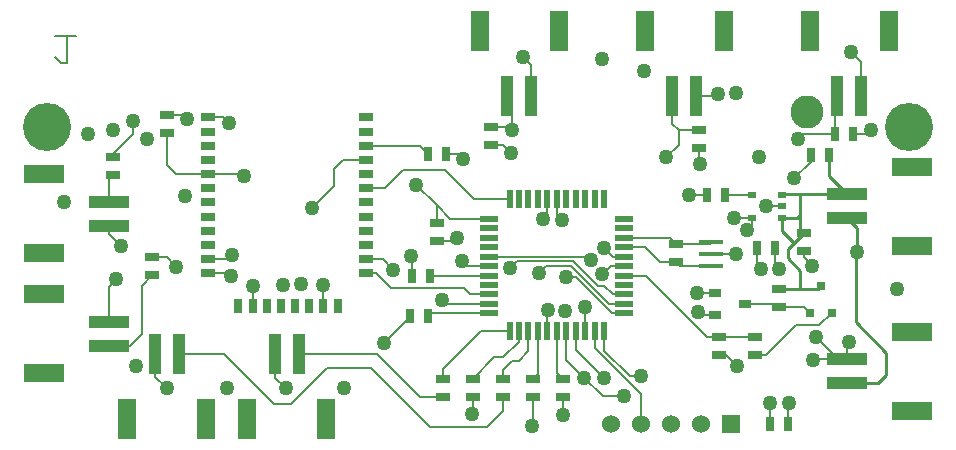
<source format=gtl>
G04 (created by PCBNEW-RS274X (2012-01-19 BZR 3256)-stable) date 5/26/2013 3:34:06 PM*
G01*
G70*
G90*
%MOIN*%
G04 Gerber Fmt 3.4, Leading zero omitted, Abs format*
%FSLAX34Y34*%
G04 APERTURE LIST*
%ADD10C,0.006000*%
%ADD11R,0.025000X0.045000*%
%ADD12R,0.045000X0.025000*%
%ADD13R,0.060000X0.060000*%
%ADD14C,0.060000*%
%ADD15R,0.078700X0.015700*%
%ADD16R,0.019700X0.059100*%
%ADD17R,0.059100X0.019700*%
%ADD18R,0.030000X0.030000*%
%ADD19R,0.030000X0.020000*%
%ADD20R,0.039400X0.137800*%
%ADD21R,0.059100X0.133900*%
%ADD22R,0.137800X0.039400*%
%ADD23R,0.133900X0.059100*%
%ADD24C,0.160000*%
%ADD25C,0.110000*%
%ADD26R,0.039400X0.027600*%
%ADD27R,0.051200X0.031500*%
%ADD28R,0.031500X0.051200*%
%ADD29C,0.050000*%
%ADD30C,0.007000*%
%ADD31C,0.010000*%
G04 APERTURE END LIST*
G54D10*
G54D11*
X37062Y-15026D03*
X36462Y-15026D03*
G54D12*
X36230Y-17630D03*
X36230Y-18230D03*
G54D11*
X34672Y-18152D03*
X35272Y-18152D03*
X23178Y-19076D03*
X23778Y-19076D03*
G54D12*
X28200Y-23100D03*
X28200Y-22500D03*
X33400Y-21100D03*
X33400Y-21700D03*
X34600Y-21700D03*
X34600Y-21100D03*
G54D11*
X37280Y-14340D03*
X37880Y-14340D03*
G54D12*
X13200Y-15700D03*
X13200Y-15100D03*
X32750Y-14200D03*
X32750Y-14800D03*
X25800Y-14100D03*
X25800Y-14700D03*
X31960Y-17996D03*
X31960Y-18596D03*
G54D13*
X33800Y-24000D03*
G54D14*
X32800Y-24000D03*
X31800Y-24000D03*
X30800Y-24000D03*
X29800Y-24000D03*
G54D15*
X33141Y-17956D03*
X33141Y-18350D03*
X33141Y-18744D03*
G54D16*
X26427Y-16497D03*
X26742Y-16497D03*
X27057Y-16497D03*
X27372Y-16497D03*
X27687Y-16497D03*
X28002Y-16497D03*
X28317Y-16497D03*
X28632Y-16497D03*
X28947Y-16497D03*
X29262Y-16497D03*
X29577Y-16497D03*
G54D17*
X30245Y-20318D03*
X30245Y-20003D03*
X30245Y-19688D03*
X30245Y-19373D03*
X30245Y-19058D03*
X30245Y-18743D03*
X30245Y-18428D03*
X30245Y-18113D03*
X30245Y-17798D03*
X30245Y-17483D03*
X30245Y-17168D03*
G54D16*
X29577Y-20907D03*
X29262Y-20907D03*
X28947Y-20907D03*
X28632Y-20907D03*
X28317Y-20907D03*
X28002Y-20907D03*
X27687Y-20907D03*
X27372Y-20907D03*
X27057Y-20907D03*
X26742Y-20907D03*
X26427Y-20907D03*
G54D17*
X25756Y-17168D03*
X25756Y-17483D03*
X25756Y-17798D03*
X25756Y-18113D03*
X25756Y-18428D03*
X25756Y-18743D03*
X25756Y-19058D03*
X25756Y-19373D03*
X25756Y-19688D03*
X25756Y-20003D03*
X25756Y-20318D03*
G54D11*
X23100Y-20400D03*
X23700Y-20400D03*
G54D12*
X24200Y-23100D03*
X24200Y-22500D03*
X25200Y-23100D03*
X25200Y-22500D03*
X26200Y-23100D03*
X26200Y-22500D03*
X27200Y-23100D03*
X27200Y-22500D03*
G54D18*
X36800Y-19400D03*
X37170Y-20300D03*
X36430Y-20300D03*
G54D11*
X33614Y-16380D03*
X33014Y-16380D03*
X35700Y-24000D03*
X35100Y-24000D03*
G54D12*
X15000Y-13700D03*
X15000Y-14300D03*
X14500Y-19050D03*
X14500Y-18450D03*
G54D11*
X23700Y-15000D03*
X24300Y-15000D03*
G54D12*
X35400Y-19500D03*
X35400Y-20100D03*
G54D19*
X35500Y-17125D03*
X35500Y-16375D03*
X34500Y-17125D03*
X35500Y-16750D03*
X34500Y-16375D03*
G54D20*
X14606Y-21681D03*
X15394Y-21681D03*
G54D21*
X13681Y-23846D03*
X16319Y-23846D03*
G54D20*
X18606Y-21681D03*
X19394Y-21681D03*
G54D21*
X17681Y-23846D03*
X20319Y-23846D03*
G54D20*
X27144Y-13069D03*
X26356Y-13069D03*
G54D21*
X28069Y-10904D03*
X25431Y-10904D03*
G54D20*
X32644Y-13069D03*
X31856Y-13069D03*
G54D21*
X33569Y-10904D03*
X30931Y-10904D03*
G54D20*
X38144Y-13069D03*
X37356Y-13069D03*
G54D21*
X39069Y-10904D03*
X36431Y-10904D03*
G54D22*
X37681Y-17144D03*
X37681Y-16356D03*
G54D23*
X39846Y-18069D03*
X39846Y-15431D03*
G54D22*
X37681Y-22644D03*
X37681Y-21856D03*
G54D23*
X39846Y-23569D03*
X39846Y-20931D03*
G54D22*
X13069Y-20606D03*
X13069Y-21394D03*
G54D23*
X10904Y-19681D03*
X10904Y-22319D03*
G54D24*
X39750Y-14120D03*
X11000Y-14120D03*
G54D25*
X36350Y-13600D03*
G54D26*
X34280Y-20000D03*
X33280Y-20375D03*
X33280Y-19625D03*
G54D12*
X24000Y-17300D03*
X24000Y-17900D03*
G54D27*
X21638Y-18984D03*
X21638Y-18512D03*
X21638Y-18039D03*
X21638Y-17567D03*
X21638Y-17094D03*
X21638Y-16622D03*
X21638Y-16150D03*
X21638Y-15677D03*
X21638Y-15205D03*
X21638Y-14732D03*
X21638Y-14260D03*
X21638Y-13787D03*
X16362Y-13787D03*
X16362Y-14260D03*
X16362Y-14732D03*
X16362Y-15205D03*
X16362Y-15677D03*
X16362Y-16150D03*
X16362Y-16622D03*
X16362Y-17094D03*
X16362Y-17567D03*
X16362Y-18039D03*
X16362Y-18512D03*
X16362Y-18984D03*
G54D28*
X17386Y-20087D03*
X17858Y-20087D03*
X18331Y-20087D03*
X18803Y-20087D03*
X19276Y-20087D03*
X19748Y-20087D03*
X20220Y-20087D03*
X20693Y-20087D03*
G54D22*
X13069Y-16606D03*
X13069Y-17394D03*
G54D23*
X10904Y-15681D03*
X10904Y-18319D03*
G54D29*
X29560Y-22460D03*
X36040Y-14520D03*
X28940Y-20120D03*
X28320Y-19120D03*
X31640Y-15120D03*
X27420Y-18960D03*
X26500Y-14220D03*
X26440Y-18800D03*
X22540Y-18860D03*
X24180Y-19880D03*
X26480Y-14960D03*
X35920Y-15800D03*
X28180Y-17200D03*
X15320Y-18760D03*
X24880Y-15160D03*
X33980Y-18340D03*
X38460Y-14220D03*
X39340Y-19500D03*
X36520Y-18740D03*
X34740Y-15120D03*
X34000Y-22060D03*
X32420Y-16360D03*
X32700Y-20260D03*
X14340Y-14500D03*
X13460Y-18060D03*
X19460Y-19340D03*
X32760Y-15340D03*
X35400Y-18840D03*
X17140Y-19060D03*
X24840Y-18560D03*
X17060Y-13980D03*
X36640Y-21120D03*
X34980Y-16740D03*
X23140Y-18420D03*
X29580Y-18140D03*
X27700Y-20200D03*
X36540Y-21860D03*
X37740Y-21260D03*
X17860Y-19400D03*
X15620Y-16420D03*
X12360Y-14340D03*
X30900Y-12240D03*
X13220Y-14220D03*
X11580Y-16620D03*
X20200Y-19360D03*
X30800Y-22420D03*
X35100Y-23320D03*
X15660Y-13840D03*
X28920Y-22460D03*
X30240Y-23080D03*
X22240Y-21300D03*
X25180Y-23660D03*
X27180Y-24060D03*
X19840Y-16820D03*
X13320Y-19180D03*
X32660Y-19640D03*
X29140Y-18540D03*
X17580Y-15740D03*
X23320Y-16040D03*
X38020Y-18280D03*
X35740Y-23320D03*
X33980Y-12980D03*
X34800Y-18840D03*
X29500Y-11840D03*
X34340Y-17540D03*
X24680Y-17800D03*
X18880Y-19380D03*
X33900Y-17140D03*
X13980Y-22080D03*
X33360Y-13000D03*
X27540Y-17160D03*
X15000Y-22820D03*
X28200Y-23700D03*
X17180Y-18360D03*
X37820Y-11620D03*
X29520Y-19020D03*
X28280Y-20240D03*
X20920Y-22820D03*
X17000Y-22820D03*
X13860Y-13920D03*
X18960Y-22820D03*
X26860Y-11760D03*
G54D30*
X11281Y-11076D02*
X11681Y-11076D01*
X11481Y-11976D02*
X11281Y-11776D01*
X11681Y-11076D02*
X11981Y-11076D01*
X11681Y-11976D02*
X11481Y-11976D01*
X11681Y-11076D02*
X11681Y-11976D01*
G54D31*
X35700Y-18480D02*
X35700Y-18160D01*
X35500Y-17560D02*
X35900Y-17960D01*
X35900Y-17960D02*
X36230Y-17630D01*
X36120Y-19500D02*
X36700Y-19500D01*
X35400Y-19500D02*
X36120Y-19500D01*
X36100Y-16356D02*
X35519Y-16356D01*
X35700Y-18160D02*
X35900Y-17960D01*
X36120Y-18900D02*
X35700Y-18480D01*
X35500Y-17125D02*
X35500Y-17560D01*
X36700Y-19500D02*
X36800Y-19400D01*
X37062Y-15026D02*
X37062Y-15737D01*
X37062Y-15737D02*
X37681Y-16356D01*
X36100Y-17500D02*
X36230Y-17630D01*
X36100Y-16356D02*
X36100Y-17020D01*
X35995Y-17125D02*
X35500Y-17125D01*
X36120Y-19500D02*
X36120Y-18900D01*
X36100Y-17020D02*
X35995Y-17125D01*
X37681Y-16356D02*
X36100Y-16356D01*
X36100Y-17020D02*
X36100Y-17500D01*
X35519Y-16356D02*
X35500Y-16375D01*
G54D30*
X36220Y-14340D02*
X37280Y-14340D01*
X28632Y-21532D02*
X29560Y-22460D01*
X28632Y-20907D02*
X28632Y-21532D01*
X37280Y-14340D02*
X37280Y-13145D01*
X36040Y-14520D02*
X36220Y-14340D01*
X37280Y-13145D02*
X37356Y-13069D01*
X28940Y-20120D02*
X28947Y-20127D01*
X28947Y-20127D02*
X28947Y-20907D01*
X32750Y-14200D02*
X32060Y-14200D01*
X32060Y-14200D02*
X31856Y-13996D01*
X31856Y-13996D02*
X31856Y-13069D01*
X31640Y-15120D02*
X32060Y-14700D01*
X28652Y-19120D02*
X28320Y-19120D01*
X32060Y-14700D02*
X32060Y-14200D01*
X29850Y-20318D02*
X28652Y-19120D01*
X30245Y-20318D02*
X29850Y-20318D01*
X29749Y-20003D02*
X28478Y-18732D01*
X28200Y-18732D02*
X27648Y-18732D01*
X28478Y-18732D02*
X28200Y-18732D01*
X30245Y-20003D02*
X29749Y-20003D01*
X27648Y-18732D02*
X27420Y-18960D01*
X28540Y-18580D02*
X26660Y-18580D01*
X26660Y-18580D02*
X26440Y-18800D01*
X30245Y-19688D02*
X29868Y-19688D01*
X26500Y-14220D02*
X26380Y-14100D01*
X26500Y-14220D02*
X26500Y-13213D01*
X26380Y-14100D02*
X25800Y-14100D01*
X29580Y-19400D02*
X29360Y-19400D01*
X29360Y-19400D02*
X28540Y-18580D01*
X26500Y-13213D02*
X26356Y-13069D01*
X29868Y-19688D02*
X29580Y-19400D01*
X23782Y-20318D02*
X23700Y-20400D01*
X25756Y-20318D02*
X23782Y-20318D01*
X26427Y-20907D02*
X25473Y-20907D01*
X25473Y-20907D02*
X24200Y-22180D01*
X24200Y-22180D02*
X24200Y-22500D01*
X26742Y-20907D02*
X26742Y-21258D01*
X25920Y-21780D02*
X25200Y-22500D01*
X26742Y-21258D02*
X26220Y-21780D01*
X26220Y-21780D02*
X25920Y-21780D01*
X26740Y-21900D02*
X27057Y-21583D01*
X26200Y-22200D02*
X26500Y-21900D01*
X26500Y-21900D02*
X26740Y-21900D01*
X26200Y-22500D02*
X26200Y-22200D01*
X27057Y-21583D02*
X27057Y-20907D01*
X27372Y-22328D02*
X27200Y-22500D01*
X27372Y-20907D02*
X27372Y-22328D01*
X25756Y-20003D02*
X24303Y-20003D01*
X24303Y-20003D02*
X24180Y-19880D01*
X22192Y-18512D02*
X21638Y-18512D01*
X22540Y-18860D02*
X22192Y-18512D01*
X21964Y-18984D02*
X21638Y-18984D01*
X24900Y-19480D02*
X22460Y-19480D01*
X22460Y-19480D02*
X21964Y-18984D01*
X25756Y-19688D02*
X25108Y-19688D01*
X25108Y-19688D02*
X24900Y-19480D01*
X14500Y-18450D02*
X15010Y-18450D01*
X32815Y-20375D02*
X32700Y-20260D01*
X27687Y-20907D02*
X27687Y-20213D01*
X24300Y-15000D02*
X24720Y-15000D01*
X20220Y-19380D02*
X20200Y-19360D01*
X37880Y-14340D02*
X38340Y-14340D01*
X15010Y-18450D02*
X15320Y-18760D01*
X17858Y-20087D02*
X17858Y-19402D01*
X27687Y-20213D02*
X27700Y-20200D01*
X25800Y-14700D02*
X26220Y-14700D01*
X38340Y-14340D02*
X38460Y-14220D01*
X36462Y-15258D02*
X35920Y-15800D01*
X35272Y-18712D02*
X35400Y-18840D01*
X26220Y-14700D02*
X26480Y-14960D01*
X36544Y-21856D02*
X36540Y-21860D01*
X33400Y-21700D02*
X33640Y-21700D01*
X32750Y-15330D02*
X32760Y-15340D01*
X33640Y-21700D02*
X34000Y-22060D01*
X30245Y-18428D02*
X29868Y-18428D01*
X32440Y-16380D02*
X32420Y-16360D01*
X24720Y-15000D02*
X24880Y-15160D01*
X33280Y-20375D02*
X32815Y-20375D01*
X36230Y-18450D02*
X36520Y-18740D01*
X33141Y-18350D02*
X33970Y-18350D01*
X17064Y-18984D02*
X16362Y-18984D01*
X36230Y-18230D02*
X36230Y-18450D01*
X25756Y-18743D02*
X25023Y-18743D01*
X13069Y-17394D02*
X13069Y-17669D01*
X33014Y-16380D02*
X32440Y-16380D01*
X32750Y-14800D02*
X32750Y-15330D01*
X16362Y-13787D02*
X16867Y-13787D01*
X23178Y-19076D02*
X23178Y-18458D01*
X13069Y-17669D02*
X13460Y-18060D01*
X28002Y-17022D02*
X28180Y-17200D01*
X17064Y-18984D02*
X17140Y-19060D01*
X25023Y-18743D02*
X24840Y-18560D01*
X23178Y-18458D02*
X23140Y-18420D01*
X29868Y-18428D02*
X29580Y-18140D01*
X20220Y-20087D02*
X20220Y-19380D01*
X34990Y-16750D02*
X34980Y-16740D01*
X16867Y-13787D02*
X17060Y-13980D01*
X37681Y-21856D02*
X37681Y-21319D01*
X33970Y-18350D02*
X33980Y-18340D01*
X28002Y-16497D02*
X28002Y-17022D01*
X37681Y-21856D02*
X36544Y-21856D01*
X37681Y-21319D02*
X37740Y-21260D01*
X37376Y-21856D02*
X36640Y-21120D01*
X35500Y-16750D02*
X34990Y-16750D01*
X37681Y-21856D02*
X37376Y-21856D01*
X17858Y-19402D02*
X17860Y-19400D01*
X35272Y-18152D02*
X35272Y-18712D01*
X36462Y-15026D02*
X36462Y-15258D01*
X36750Y-20720D02*
X37170Y-20300D01*
X34600Y-21700D02*
X34980Y-21700D01*
X35960Y-20720D02*
X36750Y-20720D01*
X34980Y-21700D02*
X35960Y-20720D01*
X29577Y-21563D02*
X30434Y-22420D01*
X30434Y-22420D02*
X30800Y-22420D01*
X29577Y-20907D02*
X29577Y-21563D01*
X33101Y-17996D02*
X33141Y-17956D01*
X31960Y-17996D02*
X33101Y-17996D01*
X31762Y-17798D02*
X31960Y-17996D01*
X30245Y-17798D02*
X31762Y-17798D01*
X23432Y-14732D02*
X23700Y-15000D01*
X21638Y-14732D02*
X23432Y-14732D01*
X15660Y-13840D02*
X15520Y-13700D01*
X28317Y-20907D02*
X28317Y-21857D01*
X28920Y-22460D02*
X29540Y-23080D01*
X15520Y-13700D02*
X15000Y-13700D01*
X29540Y-23080D02*
X30240Y-23080D01*
X28317Y-21857D02*
X28920Y-22460D01*
X35100Y-23320D02*
X35100Y-24000D01*
X23100Y-20440D02*
X23100Y-20400D01*
X22240Y-21300D02*
X23100Y-20440D01*
X24200Y-23100D02*
X23440Y-23100D01*
X22021Y-21681D02*
X19394Y-21681D01*
X23440Y-23100D02*
X22021Y-21681D01*
X25200Y-23640D02*
X25200Y-23100D01*
X25180Y-23660D02*
X25200Y-23640D01*
X26200Y-23100D02*
X26200Y-23580D01*
X16921Y-21681D02*
X15394Y-21681D01*
X18580Y-23340D02*
X16921Y-21681D01*
X19140Y-23340D02*
X18580Y-23340D01*
X20340Y-22140D02*
X19140Y-23340D01*
X21800Y-22140D02*
X20340Y-22140D01*
X23760Y-24100D02*
X21800Y-22140D01*
X25680Y-24100D02*
X23760Y-24100D01*
X26200Y-23580D02*
X25680Y-24100D01*
X27180Y-24060D02*
X27200Y-24040D01*
X27200Y-24040D02*
X27200Y-23100D01*
X30800Y-23000D02*
X30800Y-24000D01*
X29262Y-21462D02*
X30800Y-23000D01*
X29262Y-20907D02*
X29262Y-21462D01*
X30245Y-19058D02*
X30958Y-19058D01*
X30958Y-19058D02*
X33000Y-21100D01*
X33400Y-21100D02*
X34600Y-21100D01*
X33000Y-21100D02*
X33400Y-21100D01*
X25237Y-16497D02*
X26427Y-16497D01*
X24280Y-15540D02*
X25237Y-16497D01*
X22880Y-15540D02*
X24280Y-15540D01*
X22270Y-16150D02*
X22880Y-15540D01*
X21638Y-16150D02*
X22270Y-16150D01*
X31436Y-18596D02*
X30953Y-18113D01*
X31960Y-18596D02*
X31436Y-18596D01*
X30953Y-18113D02*
X30245Y-18113D01*
X32108Y-18744D02*
X31960Y-18596D01*
X33141Y-18744D02*
X32108Y-18744D01*
X20875Y-15205D02*
X21638Y-15205D01*
X13069Y-19431D02*
X13320Y-19180D01*
X20580Y-15500D02*
X20875Y-15205D01*
X19840Y-16820D02*
X20580Y-16080D01*
X13069Y-20606D02*
X13069Y-19431D01*
X20580Y-16080D02*
X20580Y-15500D01*
X13069Y-21394D02*
X13786Y-21394D01*
X14160Y-19390D02*
X14500Y-19050D01*
X14160Y-21020D02*
X14160Y-19390D01*
X13786Y-21394D02*
X14160Y-21020D01*
X32660Y-19640D02*
X32675Y-19625D01*
X29028Y-18428D02*
X29140Y-18540D01*
X32675Y-19625D02*
X33280Y-19625D01*
X26408Y-18428D02*
X29028Y-18428D01*
X25756Y-18428D02*
X26408Y-18428D01*
X24000Y-17300D02*
X24000Y-16720D01*
X15317Y-15677D02*
X16362Y-15677D01*
X25756Y-17168D02*
X24448Y-17168D01*
X24000Y-16720D02*
X23320Y-16040D01*
X15000Y-15360D02*
X15317Y-15677D01*
X24448Y-17168D02*
X24000Y-16720D01*
X17580Y-15740D02*
X17517Y-15677D01*
X15000Y-14300D02*
X15000Y-15360D01*
X17517Y-15677D02*
X16362Y-15677D01*
X34280Y-20000D02*
X35300Y-20000D01*
X35300Y-20000D02*
X35400Y-20100D01*
X36230Y-20100D02*
X36430Y-20300D01*
X35400Y-20100D02*
X36230Y-20100D01*
X28002Y-20907D02*
X28002Y-22302D01*
X28002Y-22302D02*
X28200Y-22500D01*
X23778Y-19076D02*
X25738Y-19076D01*
X25738Y-19076D02*
X25756Y-19058D01*
X13069Y-16606D02*
X13069Y-15831D01*
X13069Y-15831D02*
X13200Y-15700D01*
G54D31*
X38980Y-21640D02*
X38980Y-22380D01*
X38716Y-22644D02*
X37681Y-22644D01*
X38020Y-18280D02*
X37960Y-18340D01*
X38980Y-22380D02*
X38716Y-22644D01*
X38020Y-17483D02*
X37681Y-17144D01*
X38020Y-18280D02*
X38020Y-17483D01*
X37960Y-18340D02*
X37960Y-20620D01*
X37960Y-20620D02*
X38980Y-21640D01*
G54D30*
X34500Y-16375D02*
X33619Y-16375D01*
X33619Y-16375D02*
X33614Y-16380D01*
X34500Y-17125D02*
X34595Y-17125D01*
X32644Y-13069D02*
X33291Y-13069D01*
X27144Y-13069D02*
X27144Y-12044D01*
X27144Y-12044D02*
X26860Y-11760D01*
X33291Y-13069D02*
X33360Y-13000D01*
X17028Y-18512D02*
X17180Y-18360D01*
X34500Y-17125D02*
X34500Y-17380D01*
X33915Y-17125D02*
X33900Y-17140D01*
X35700Y-23360D02*
X35740Y-23320D01*
X34672Y-18712D02*
X34800Y-18840D01*
X30245Y-18743D02*
X29797Y-18743D01*
X18606Y-21681D02*
X18606Y-22466D01*
X28200Y-23100D02*
X28200Y-23700D01*
X27687Y-16497D02*
X27687Y-17013D01*
X27687Y-17013D02*
X27540Y-17160D01*
X29797Y-18743D02*
X29520Y-19020D01*
X35700Y-24000D02*
X35700Y-23360D01*
X14606Y-22426D02*
X15000Y-22820D01*
X34500Y-17380D02*
X34340Y-17540D01*
X34500Y-17125D02*
X33915Y-17125D01*
X24000Y-17900D02*
X24580Y-17900D01*
X38144Y-13069D02*
X38144Y-11944D01*
X13860Y-14340D02*
X13860Y-13920D01*
X13200Y-15000D02*
X13860Y-14340D01*
X24580Y-17900D02*
X24680Y-17800D01*
X17028Y-18512D02*
X16362Y-18512D01*
X38144Y-11944D02*
X37820Y-11620D01*
X18606Y-22466D02*
X18960Y-22820D01*
X34672Y-18152D02*
X34672Y-18712D01*
X13200Y-15100D02*
X13200Y-15000D01*
X14606Y-21681D02*
X14606Y-22426D01*
M02*

</source>
